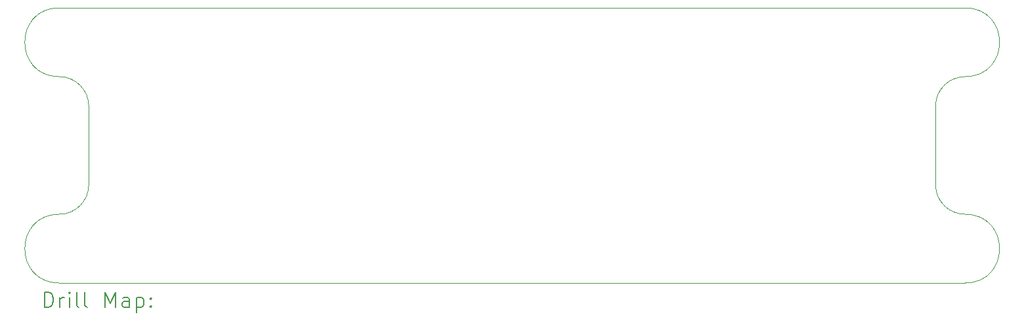
<source format=gbr>
%TF.GenerationSoftware,KiCad,Pcbnew,(6.0.9)*%
%TF.CreationDate,2023-02-01T20:01:13-08:00*%
%TF.ProjectId,regulator_board,72656775-6c61-4746-9f72-5f626f617264,rev?*%
%TF.SameCoordinates,Original*%
%TF.FileFunction,Drillmap*%
%TF.FilePolarity,Positive*%
%FSLAX45Y45*%
G04 Gerber Fmt 4.5, Leading zero omitted, Abs format (unit mm)*
G04 Created by KiCad (PCBNEW (6.0.9)) date 2023-02-01 20:01:13*
%MOMM*%
%LPD*%
G01*
G04 APERTURE LIST*
%ADD10C,0.100000*%
%ADD11C,0.200000*%
G04 APERTURE END LIST*
D10*
X17145000Y-11684000D02*
X5461000Y-11684000D01*
X17145000Y-12573000D02*
G75*
G03*
X17145000Y-11684000I0J444500D01*
G01*
X5461000Y-15240000D02*
X17145000Y-15240000D01*
X5842000Y-12954000D02*
X5842000Y-13970000D01*
X16764000Y-13970000D02*
X16764000Y-12954000D01*
X5461000Y-14351000D02*
G75*
G03*
X5461000Y-15240000I0J-444500D01*
G01*
X5842000Y-12954000D02*
G75*
G03*
X5461000Y-12573000I-381000J0D01*
G01*
X17145000Y-12573000D02*
G75*
G03*
X16764000Y-12954000I0J-381000D01*
G01*
X17145000Y-15240000D02*
G75*
G03*
X17145000Y-14351000I0J444500D01*
G01*
X16764000Y-13970000D02*
G75*
G03*
X17145000Y-14351000I381000J0D01*
G01*
X5461000Y-14351000D02*
G75*
G03*
X5842000Y-13970000I0J381000D01*
G01*
X5461000Y-11684000D02*
G75*
G03*
X5461000Y-12573000I0J-444500D01*
G01*
D11*
X5269119Y-15555476D02*
X5269119Y-15355476D01*
X5316738Y-15355476D01*
X5345310Y-15365000D01*
X5364357Y-15384048D01*
X5373881Y-15403095D01*
X5383405Y-15441190D01*
X5383405Y-15469762D01*
X5373881Y-15507857D01*
X5364357Y-15526905D01*
X5345310Y-15545952D01*
X5316738Y-15555476D01*
X5269119Y-15555476D01*
X5469119Y-15555476D02*
X5469119Y-15422143D01*
X5469119Y-15460238D02*
X5478643Y-15441190D01*
X5488167Y-15431667D01*
X5507214Y-15422143D01*
X5526262Y-15422143D01*
X5592928Y-15555476D02*
X5592928Y-15422143D01*
X5592928Y-15355476D02*
X5583405Y-15365000D01*
X5592928Y-15374524D01*
X5602452Y-15365000D01*
X5592928Y-15355476D01*
X5592928Y-15374524D01*
X5716738Y-15555476D02*
X5697690Y-15545952D01*
X5688167Y-15526905D01*
X5688167Y-15355476D01*
X5821500Y-15555476D02*
X5802452Y-15545952D01*
X5792928Y-15526905D01*
X5792928Y-15355476D01*
X6050071Y-15555476D02*
X6050071Y-15355476D01*
X6116738Y-15498333D01*
X6183405Y-15355476D01*
X6183405Y-15555476D01*
X6364357Y-15555476D02*
X6364357Y-15450714D01*
X6354833Y-15431667D01*
X6335786Y-15422143D01*
X6297690Y-15422143D01*
X6278643Y-15431667D01*
X6364357Y-15545952D02*
X6345309Y-15555476D01*
X6297690Y-15555476D01*
X6278643Y-15545952D01*
X6269119Y-15526905D01*
X6269119Y-15507857D01*
X6278643Y-15488809D01*
X6297690Y-15479286D01*
X6345309Y-15479286D01*
X6364357Y-15469762D01*
X6459595Y-15422143D02*
X6459595Y-15622143D01*
X6459595Y-15431667D02*
X6478643Y-15422143D01*
X6516738Y-15422143D01*
X6535786Y-15431667D01*
X6545309Y-15441190D01*
X6554833Y-15460238D01*
X6554833Y-15517381D01*
X6545309Y-15536428D01*
X6535786Y-15545952D01*
X6516738Y-15555476D01*
X6478643Y-15555476D01*
X6459595Y-15545952D01*
X6640548Y-15536428D02*
X6650071Y-15545952D01*
X6640548Y-15555476D01*
X6631024Y-15545952D01*
X6640548Y-15536428D01*
X6640548Y-15555476D01*
X6640548Y-15431667D02*
X6650071Y-15441190D01*
X6640548Y-15450714D01*
X6631024Y-15441190D01*
X6640548Y-15431667D01*
X6640548Y-15450714D01*
M02*

</source>
